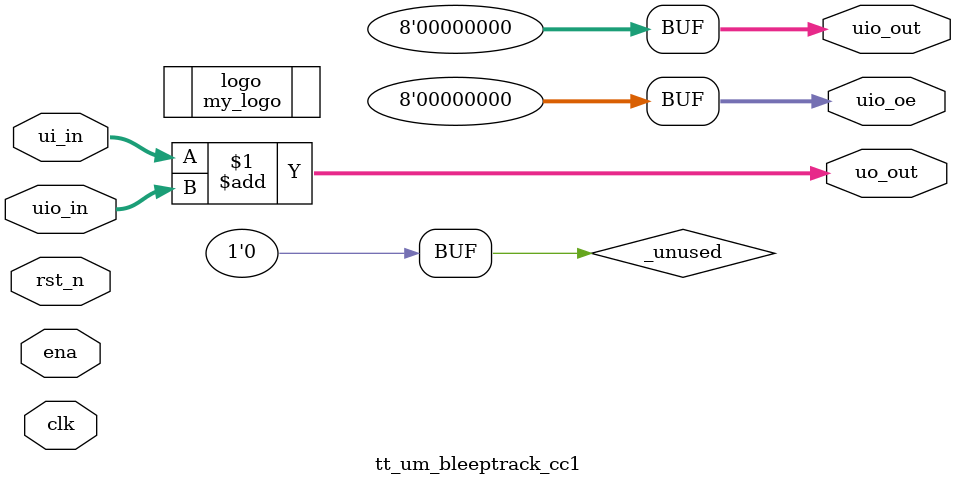
<source format=v>
/*
 * Copyright (c) 2024 Your Name
 * SPDX-License-Identifier: Apache-2.0
 */

`default_nettype none

// Blackbox module for my_logo - this will be replaced by the actual macro during synthesis
(* blackbox *) (* keep *)
module my_logo ();
endmodule

module tt_um_bleeptrack_cc1 (
    input  wire [7:0] ui_in,    // Dedicated inputs
    output wire [7:0] uo_out,   // Dedicated outputs
    input  wire [7:0] uio_in,   // IOs: Input path
    output wire [7:0] uio_out,  // IOs: Output path
    output wire [7:0] uio_oe,   // IOs: Enable path (active high: 0=input, 1=output)
    input  wire       ena,      // always 1 when the design is powered, so you can ignore it
    input  wire       clk,      // clock
    input  wire       rst_n     // reset_n - low to reset
);

`ifndef GL_TEST
  (* keep *)
  my_logo logo();
`endif

  // All output pins must be assigned. If not used, assign to 0.
  assign uo_out  = ui_in + uio_in;  // Example: ou_out is the sum of ui_in and uio_in
  assign uio_out = 0;
  assign uio_oe  = 0;

  // List all unused inputs to prevent warnings
  wire _unused = &{ena, clk, rst_n, 1'b0};

endmodule

</source>
